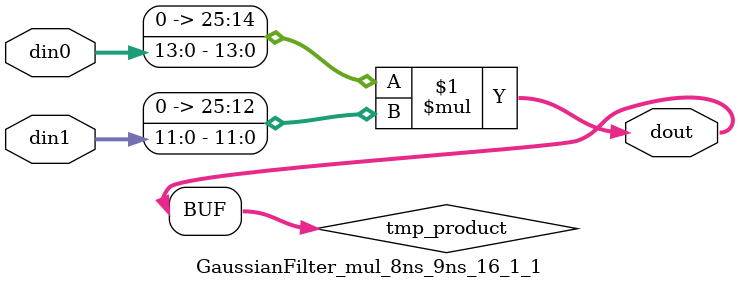
<source format=v>

`timescale 1 ns / 1 ps

 module GaussianFilter_mul_8ns_9ns_16_1_1(din0, din1, dout);
parameter ID = 1;
parameter NUM_STAGE = 0;
parameter din0_WIDTH = 14;
parameter din1_WIDTH = 12;
parameter dout_WIDTH = 26;

input [din0_WIDTH - 1 : 0] din0; 
input [din1_WIDTH - 1 : 0] din1; 
output [dout_WIDTH - 1 : 0] dout;

wire signed [dout_WIDTH - 1 : 0] tmp_product;
























assign tmp_product = $signed({1'b0, din0}) * $signed({1'b0, din1});











assign dout = tmp_product;





















endmodule

</source>
